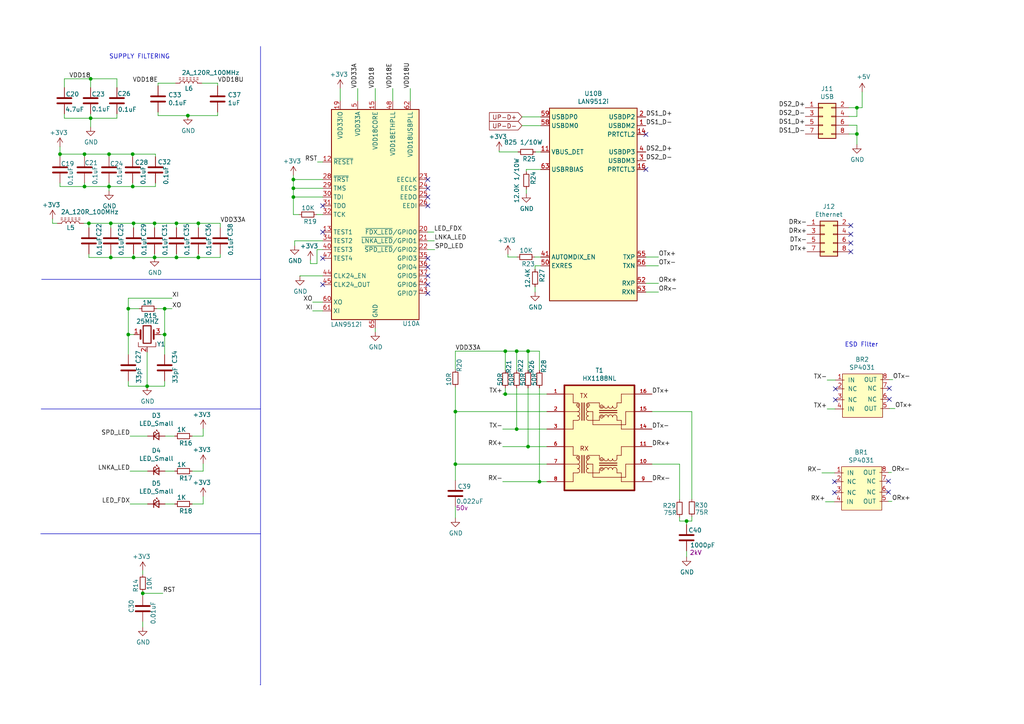
<source format=kicad_sch>
(kicad_sch (version 20230121) (generator eeschema)
  (paper "A4")
  (lib_symbols
    (symbol "ESD_Mobile_lite-rescue:SP4031-electroniccats" (pin_names (offset 1.016))
      (property "Reference" "BR" (at 0 0 0))
      (property "Value" "ESD_Mobile_lite-rescue_SP4031-electroniccats" (at 0 -15.494 0))
      (symbol "SP4031-electroniccats_1_1"
        (pin input line (at -7.747 -3.175 0) (length 2.54) (name "IN") (number "1"))
        (pin passive line (at -7.747 -5.715 0) (length 2.54) (name "NC") (number "2"))
        (pin passive line (at -7.747 -8.89 0) (length 2.54) (name "NC") (number "3"))
        (pin input line (at -7.874 -11.557 0) (length 2.54) (name "IN") (number "4"))
        (pin input line (at 7.874 -11.43 180) (length 2.54) (name "OUT") (number "5"))
        (pin passive line (at 7.874 -8.763 180) (length 2.54) (name "NC") (number "6"))
        (pin passive line (at 7.874 -5.588 180) (length 2.54) (name "NC") (number "7"))
        (pin output line (at 7.874 -3.048 180) (length 2.54) (name "OUT") (number "8"))
      )
    )
    (symbol "RPI-Carrier-rescue:+3V3-power" (power) (pin_names (offset 0))
      (property "Value" "+3V3-power" (at 0 3.556 0))
      (symbol "+3V3-power_1_1"
        (pin power_in line (at 0 0 90) (length 0) hide (name "+3V3") (number "1"))
      )
    )
    (symbol "RPI-Carrier-rescue:+5V-power" (power) (pin_names (offset 0))
      (property "Value" "+5V-power" (at 0 3.556 0))
      (symbol "+5V-power_1_1"
        (pin power_in line (at 0 0 90) (length 0) hide (name "+5V") (number "1"))
      )
    )
    (symbol "RPI-Carrier-rescue:C-Device" (pin_numbers hide) (pin_names (offset 0.254))
      (property "Reference" "C" (at 0.635 2.54 0))
      (property "Value" "C-Device" (at 0.635 -2.54 0))
      (symbol "C-Device_1_1"
        (pin passive line (at 0 3.81 270) (length 2.794) (name "~") (number "1"))
        (pin passive line (at 0 -3.81 90) (length 2.794) (name "~") (number "2"))
      )
    )
    (symbol "RPI-Carrier-rescue:Conn_02x04_Odd_Even-Connector_Generic" (pin_names (offset 1.016) hide)
      (property "Reference" "J" (at 1.27 5.08 0))
      (property "Value" "Conn_02x04_Odd_Even-Connector_Generic" (at 1.27 -7.62 0))
      (symbol "Conn_02x04_Odd_Even-Connector_Generic_1_1"
        (pin passive line (at -5.08 2.54 0) (length 3.81) (name "Pin_1") (number "1"))
        (pin passive line (at 7.62 2.54 180) (length 3.81) (name "Pin_2") (number "2"))
        (pin passive line (at -5.08 0 0) (length 3.81) (name "Pin_3") (number "3"))
        (pin passive line (at 7.62 0 180) (length 3.81) (name "Pin_4") (number "4"))
        (pin passive line (at -5.08 -2.54 0) (length 3.81) (name "Pin_5") (number "5"))
        (pin passive line (at 7.62 -2.54 180) (length 3.81) (name "Pin_6") (number "6"))
        (pin passive line (at -5.08 -5.08 0) (length 3.81) (name "Pin_7") (number "7"))
        (pin passive line (at 7.62 -5.08 180) (length 3.81) (name "Pin_8") (number "8"))
      )
    )
    (symbol "RPI-Carrier-rescue:Crystal_GND2-Device" (pin_names (offset 1.016) hide)
      (property "Reference" "Y" (at 0 5.715 0))
      (property "Value" "Crystal_GND2-Device" (at 0 3.81 0))
      (symbol "Crystal_GND2-Device_1_1"
        (pin passive line (at -3.81 0 0) (length 1.27) (name "1") (number "1"))
        (pin passive line (at 0 -5.08 90) (length 1.27) (name "2") (number "2"))
        (pin passive line (at 3.81 0 180) (length 1.27) (name "3") (number "3"))
        (pin input line (at 0 -5.08 90) (length 1.27) hide (name "~") (number "4"))
      )
    )
    (symbol "RPI-Carrier-rescue:GND-power" (power) (pin_names (offset 0))
      (property "Value" "GND-power" (at 0 -3.81 0))
      (symbol "GND-power_1_1"
        (pin power_in line (at 0 0 270) (length 0) hide (name "GND") (number "1"))
      )
    )
    (symbol "RPI-Carrier-rescue:LAN9512i-Interface_Ethernet"
      (property "Reference" "U" (at -15.24 31.75 0))
      (property "Value" "LAN9512i-Interface_Ethernet" (at 15.24 31.75 0))
      (symbol "LAN9512i-Interface_Ethernet_1_1"
        (pin passive line (at -5.08 33.02 270) (length 2.54) hide (name "VDD33A") (number "10"))
        (pin input line (at -15.24 15.24 0) (length 2.54) (name "~{RESET}") (number "12"))
        (pin input line (at -15.24 -5.08 0) (length 2.54) (name "TEST1") (number "13"))
        (pin power_in line (at 0 33.02 270) (length 2.54) (name "VDD18CORE") (number "15"))
        (pin power_in line (at -10.16 33.02 270) (length 2.54) (name "VDD33IO") (number "19"))
        (pin bidirectional line (at 15.24 -5.08 180) (length 2.54) (name "~{FDX_LED}/GPIO0") (number "20"))
        (pin bidirectional line (at 15.24 -7.62 180) (length 2.54) (name "~{LNKA_LED}/GPIO1") (number "21"))
        (pin bidirectional line (at 15.24 -10.16 180) (length 2.54) (name "~{SPD_LED}/GPIO2") (number "22"))
        (pin output line (at 15.24 10.16 180) (length 2.54) (name "EECLK") (number "23"))
        (pin output line (at 15.24 7.62 180) (length 2.54) (name "EECS") (number "24"))
        (pin output line (at 15.24 5.08 180) (length 2.54) (name "EEDO") (number "25"))
        (pin input line (at 15.24 2.54 180) (length 2.54) (name "EEDI") (number "26"))
        (pin passive line (at -10.16 33.02 270) (length 2.54) hide (name "VDD33IO") (number "27"))
        (pin input line (at -15.24 10.16 0) (length 2.54) (name "~{TRST}") (number "28"))
        (pin input line (at -15.24 7.62 0) (length 2.54) (name "TMS") (number "29"))
        (pin input line (at -15.24 5.08 0) (length 2.54) (name "TDI") (number "30"))
        (pin output line (at -15.24 2.54 0) (length 2.54) (name "TDO") (number "31"))
        (pin input line (at -15.24 0 0) (length 2.54) (name "TCK") (number "32"))
        (pin passive line (at -10.16 33.02 270) (length 2.54) hide (name "VDD33IO") (number "33"))
        (pin input line (at -15.24 -7.62 0) (length 2.54) (name "TEST2") (number "34"))
        (pin bidirectional line (at 15.24 -12.7 180) (length 2.54) (name "GPIO3") (number "35"))
        (pin bidirectional line (at 15.24 -15.24 180) (length 2.54) (name "GPIO4") (number "36"))
        (pin bidirectional line (at 15.24 -17.78 180) (length 2.54) (name "GPIO5") (number "37"))
        (pin passive line (at 0 33.02 270) (length 2.54) hide (name "VDD18CORE") (number "38"))
        (pin passive line (at -10.16 33.02 270) (length 2.54) hide (name "VDD33IO") (number "39"))
        (pin input line (at -15.24 -10.16 0) (length 2.54) (name "TEST3") (number "40"))
        (pin bidirectional line (at 15.24 -20.32 180) (length 2.54) (name "GPIO6") (number "42"))
        (pin bidirectional line (at 15.24 -22.86 180) (length 2.54) (name "GPIO7") (number "43"))
        (pin input line (at -15.24 -17.78 0) (length 2.54) (name "CLK24_EN") (number "44"))
        (pin output line (at -15.24 -20.32 0) (length 2.54) (name "CLK24_OUT") (number "45"))
        (pin passive line (at -10.16 33.02 270) (length 2.54) hide (name "VDD33IO") (number "46"))
        (pin input line (at -15.24 -12.7 0) (length 2.54) (name "TEST4") (number "47"))
        (pin power_in line (at 5.08 33.02 270) (length 2.54) (name "VDD18ETHPLL") (number "48"))
        (pin passive line (at -5.08 33.02 270) (length 2.54) hide (name "VDD33A") (number "49"))
        (pin power_in line (at -5.08 33.02 270) (length 2.54) (name "VDD33A") (number "5"))
        (pin passive line (at -5.08 33.02 270) (length 2.54) hide (name "VDD33A") (number "51"))
        (pin passive line (at -5.08 33.02 270) (length 2.54) hide (name "VDD33A") (number "54"))
        (pin passive line (at -5.08 33.02 270) (length 2.54) hide (name "VDD33A") (number "57"))
        (pin input line (at -15.24 -25.4 0) (length 2.54) (name "XO") (number "60"))
        (pin input line (at -15.24 -27.94 0) (length 2.54) (name "XI") (number "61"))
        (pin power_in line (at 10.16 33.02 270) (length 2.54) (name "VDD18USBPLL") (number "62"))
        (pin passive line (at -5.08 33.02 270) (length 2.54) hide (name "VDD33A") (number "64"))
        (pin power_in line (at 0 -33.02 90) (length 2.54) (name "GND") (number "65"))
      )
      (symbol "LAN9512i-Interface_Ethernet_2_1"
        (pin bidirectional line (at 15.24 22.86 180) (length 2.54) (name "USBDM2") (number "1"))
        (pin input line (at -15.24 15.24 0) (length 2.54) (name "VBUS_DET") (number "11"))
        (pin bidirectional line (at 15.24 20.32 180) (length 2.54) (name "PRTCTL2") (number "14"))
        (pin bidirectional line (at 15.24 10.16 180) (length 2.54) (name "PRTCTL3") (number "16"))
        (pin no_connect line (at 12.7 0 180) (length 2.54) hide (name "NC") (number "17"))
        (pin no_connect line (at 12.7 -10.16 180) (length 2.54) hide (name "NC") (number "18"))
        (pin bidirectional line (at 15.24 25.4 180) (length 2.54) (name "USBDP2") (number "2"))
        (pin bidirectional line (at 15.24 12.7 180) (length 2.54) (name "USBDM3") (number "3"))
        (pin bidirectional line (at 15.24 15.24 180) (length 2.54) (name "USBDP3") (number "4"))
        (pin input line (at -15.24 -15.24 0) (length 2.54) (name "AUTOMDIX_EN") (number "41"))
        (pin input line (at -15.24 -17.78 0) (length 2.54) (name "EXRES") (number "50"))
        (pin input line (at 15.24 -22.86 180) (length 2.54) (name "RXP") (number "52"))
        (pin input line (at 15.24 -25.4 180) (length 2.54) (name "RXN") (number "53"))
        (pin output line (at 15.24 -15.24 180) (length 2.54) (name "TXP") (number "55"))
        (pin output line (at 15.24 -17.78 180) (length 2.54) (name "TXN") (number "56"))
        (pin bidirectional line (at -15.24 22.86 0) (length 2.54) (name "USBDM0") (number "58"))
        (pin bidirectional line (at -15.24 25.4 0) (length 2.54) (name "USBDP0") (number "59"))
        (pin no_connect line (at 12.7 2.54 180) (length 2.54) hide (name "NC") (number "6"))
        (pin input line (at -15.24 10.16 0) (length 2.54) (name "USBRBIAS") (number "63"))
        (pin no_connect line (at 12.7 5.08 180) (length 2.54) hide (name "NC") (number "7"))
        (pin no_connect line (at 12.7 -7.62 180) (length 2.54) hide (name "NC") (number "8"))
        (pin no_connect line (at 12.7 -5.08 180) (length 2.54) hide (name "NC") (number "9"))
      )
    )
    (symbol "RPI-Carrier-rescue:LED_Small-Device" (pin_numbers hide) (pin_names (offset 0.254) hide)
      (property "Reference" "D" (at -1.27 3.175 0))
      (property "Value" "LED_Small-Device" (at -4.445 -2.54 0))
      (symbol "LED_Small-Device_1_1"
        (pin passive line (at -2.54 0 0) (length 1.778) (name "K") (number "1"))
        (pin passive line (at 2.54 0 180) (length 1.778) (name "A") (number "2"))
      )
    )
    (symbol "RPI-Carrier-rescue:L_Core_Ferrite-Device" (pin_numbers hide) (pin_names (offset 1.016) hide)
      (property "Reference" "L" (at -1.27 0 90))
      (property "Value" "L_Core_Ferrite-Device" (at 2.794 0 90))
      (symbol "L_Core_Ferrite-Device_1_1"
        (pin passive line (at 0 3.81 270) (length 1.27) (name "1") (number "1"))
        (pin passive line (at 0 -3.81 90) (length 1.27) (name "2") (number "2"))
      )
    )
    (symbol "RPI-Carrier-rescue:R_Small-Device" (pin_numbers hide) (pin_names (offset 0.254) hide)
      (property "Reference" "R" (at 0.762 0.508 0))
      (property "Value" "R_Small-Device" (at 0.762 -1.016 0))
      (symbol "R_Small-Device_1_1"
        (pin passive line (at 0 2.54 270) (length 0.762) (name "~") (number "1"))
        (pin passive line (at 0 -2.54 90) (length 0.762) (name "~") (number "2"))
      )
    )
    (symbol "RPICarrier:HX1188NL" (pin_names (offset 1.016) hide)
      (property "Reference" "T" (at -10.1854 15.9258 0))
      (property "Value" "HX1188NL" (at -10.1854 -17.8054 0))
      (symbol "HX1188NL_0_0"
        (text "RX" (at -5.7404 -3.8354 0) (effects (font (size 1.27 1.27)) (justify left bottom)))
        (text "TX" (at -5.7404 11.4554 0) (effects (font (size 1.27 1.27)) (justify left bottom)))
        (pin passive line (at -15.24 12.7 0) (length 5.08) (name "~") (number "1"))
        (pin passive line (at 15.24 -7.62 180) (length 5.08) (name "~") (number "10"))
        (pin passive line (at 15.24 -2.54 180) (length 5.08) (name "~") (number "11"))
        (pin passive line (at 15.24 2.54 180) (length 5.08) (name "~") (number "14"))
        (pin passive line (at 15.24 7.62 180) (length 5.08) (name "~") (number "15"))
        (pin passive line (at 15.24 12.7 180) (length 5.08) (name "~") (number "16"))
        (pin passive line (at -15.24 7.62 0) (length 5.08) (name "~") (number "2"))
        (pin passive line (at -15.24 2.54 0) (length 5.08) (name "~") (number "3"))
        (pin passive line (at -15.24 -2.54 0) (length 5.08) (name "~") (number "6"))
        (pin passive line (at -15.24 -7.62 0) (length 5.08) (name "~") (number "7"))
        (pin passive line (at -15.24 -12.7 0) (length 5.08) (name "~") (number "8"))
        (pin passive line (at 15.24 -12.7 180) (length 5.08) (name "~") (number "9"))
      )
    )
  )
  (junction (at 44.831 74.676))
  (junction (at 85.09 54.61))
  (junction (at 24.511 54.102))
  (junction (at 26.289 34.29))
  (junction (at 47.752 89.535))
  (junction (at 38.481 44.704))
  (junction (at 17.399 44.704))
  (junction (at 47.752 97.028))
  (junction (at 132.08 134.62))
  (junction (at 153.162 129.54))
  (junction (at 31.623 54.102))
  (junction (at 37.211 89.535))
  (junction (at 38.481 54.102))
  (junction (at 199.136 151.13))
  (junction (at 32.131 74.676))
  (junction (at 85.09 57.15))
  (junction (at 54.483 33.528))
  (junction (at 51.181 64.77))
  (junction (at 31.623 44.704))
  (junction (at 146.558 114.3))
  (junction (at 57.531 74.676))
  (junction (at 25.781 64.77))
  (junction (at 149.86 101.854))
  (junction (at 248.539 38.862))
  (junction (at 146.558 101.854))
  (junction (at 51.181 74.676))
  (junction (at 44.831 64.77))
  (junction (at 41.402 172.085))
  (junction (at 156.464 139.7))
  (junction (at 38.735 64.77))
  (junction (at 153.162 101.854))
  (junction (at 24.511 44.704))
  (junction (at 132.08 119.38))
  (junction (at 42.672 112.014))
  (junction (at 85.09 52.07))
  (junction (at 149.86 124.46))
  (junction (at 38.735 74.676))
  (junction (at 57.531 64.77))
  (junction (at 37.211 97.028))
  (junction (at 248.539 31.242))
  (junction (at 26.289 22.86))
  (junction (at 32.131 64.77))
  (no_connect (at 257.937 115.824))
  (no_connect (at 93.599 74.93))
  (no_connect (at 124.079 82.55))
  (no_connect (at 246.761 70.485))
  (no_connect (at 124.079 52.07))
  (no_connect (at 242.062 142.875))
  (no_connect (at 93.599 59.69))
  (no_connect (at 124.079 77.47))
  (no_connect (at 257.683 142.748))
  (no_connect (at 93.599 82.55))
  (no_connect (at 124.079 74.93))
  (no_connect (at 124.079 59.69))
  (no_connect (at 187.325 49.149))
  (no_connect (at 124.079 80.01))
  (no_connect (at 257.937 112.649))
  (no_connect (at 242.062 139.7))
  (no_connect (at 242.316 115.951))
  (no_connect (at 187.325 38.989))
  (no_connect (at 246.761 65.405))
  (no_connect (at 124.079 54.61))
  (no_connect (at 246.761 73.025))
  (no_connect (at 242.316 112.776))
  (no_connect (at 124.079 57.15))
  (no_connect (at 246.761 67.945))
  (no_connect (at 124.079 85.09))
  (no_connect (at 257.683 139.573))
  (no_connect (at 93.599 67.31))
  (wire (pts (xy 45.847 24.13) (xy 45.847 24.892)))
  (wire (pts (xy 38.735 66.04) (xy 38.735 64.77)))
  (wire (pts (xy 156.845 74.549) (xy 155.067 74.549)))
  (wire (pts (xy 31.623 55.372) (xy 31.623 54.102)))
  (wire (pts (xy 103.759 25.654) (xy 103.759 29.21)))
  (wire (pts (xy 50.673 136.652) (xy 47.879 136.652)))
  (wire (pts (xy 63.881 74.676) (xy 63.881 73.66)))
  (wire (pts (xy 191.008 74.549) (xy 187.325 74.549)))
  (wire (pts (xy 90.043 76.454) (xy 91.948 76.454)))
  (wire (pts (xy 146.558 112.522) (xy 146.558 114.3)))
  (wire (pts (xy 155.194 77.089) (xy 155.194 78.105)))
  (wire (pts (xy 248.539 36.322) (xy 246.253 36.322)))
  (wire (pts (xy 239.903 110.236) (xy 242.316 110.236)))
  (wire (pts (xy 47.244 172.085) (xy 41.402 172.085)))
  (wire (pts (xy 54.483 33.528) (xy 63.119 33.528)))
  (wire (pts (xy 248.539 38.862) (xy 248.539 36.322)))
  (wire (pts (xy 51.181 74.676) (xy 57.531 74.676)))
  (wire (pts (xy 18.669 22.86) (xy 26.289 22.86)))
  (wire (pts (xy 50.673 146.177) (xy 47.879 146.177)))
  (wire (pts (xy 32.131 74.676) (xy 38.735 74.676)))
  (wire (pts (xy 149.987 74.549) (xy 147.32 74.549)))
  (wire (pts (xy 58.928 134.493) (xy 58.928 136.652)))
  (wire (pts (xy 51.181 64.77) (xy 57.531 64.77)))
  (wire (pts (xy 239.395 145.542) (xy 241.935 145.542)))
  (wire (pts (xy 15.24 63.5) (xy 15.24 64.77)))
  (wire (pts (xy 149.86 107.442) (xy 149.86 101.854)))
  (wire (pts (xy 47.752 97.028) (xy 47.752 89.535)))
  (wire (pts (xy 38.735 74.676) (xy 44.831 74.676)))
  (wire (pts (xy 200.66 119.38) (xy 200.66 144.78)))
  (wire (pts (xy 31.623 44.704) (xy 31.623 45.466)))
  (wire (pts (xy 32.131 73.66) (xy 32.131 74.676)))
  (wire (pts (xy 246.253 33.782) (xy 248.539 33.782)))
  (wire (pts (xy 145.796 114.3) (xy 146.558 114.3)))
  (wire (pts (xy 63.881 64.77) (xy 63.881 66.04)))
  (wire (pts (xy 113.919 29.21) (xy 113.919 25.654)))
  (wire (pts (xy 145.796 139.7) (xy 156.464 139.7)))
  (wire (pts (xy 91.821 62.23) (xy 93.599 62.23)))
  (wire (pts (xy 38.735 73.66) (xy 38.735 74.676)))
  (wire (pts (xy 37.211 86.487) (xy 37.211 89.535)))
  (wire (pts (xy 26.289 22.86) (xy 33.909 22.86)))
  (wire (pts (xy 41.402 165.481) (xy 41.402 166.624)))
  (wire (pts (xy 92.075 46.99) (xy 93.599 46.99)))
  (wire (pts (xy 156.845 44.069) (xy 155.321 44.069)))
  (wire (pts (xy 118.999 29.21) (xy 118.999 25.654)))
  (wire (pts (xy 153.162 101.854) (xy 156.464 101.854)))
  (wire (pts (xy 155.194 84.709) (xy 155.194 83.185)))
  (wire (pts (xy 57.531 66.04) (xy 57.531 64.77)))
  (wire (pts (xy 44.831 73.66) (xy 44.831 74.676)))
  (wire (pts (xy 37.211 112.014) (xy 37.211 110.49)))
  (wire (pts (xy 44.831 74.676) (xy 51.181 74.676)))
  (wire (pts (xy 85.09 57.15) (xy 85.09 54.61)))
  (wire (pts (xy 93.599 87.63) (xy 90.678 87.63)))
  (wire (pts (xy 200.66 151.13) (xy 200.66 149.86)))
  (wire (pts (xy 26.289 34.29) (xy 26.289 33.02)))
  (wire (pts (xy 153.162 107.442) (xy 153.162 101.854)))
  (wire (pts (xy 17.399 54.102) (xy 24.511 54.102)))
  (wire (pts (xy 31.623 44.704) (xy 38.481 44.704)))
  (wire (pts (xy 125.857 67.31) (xy 124.079 67.31)))
  (wire (pts (xy 38.481 44.704) (xy 45.085 44.704)))
  (wire (pts (xy 191.008 77.089) (xy 187.325 77.089)))
  (wire (pts (xy 24.511 45.466) (xy 24.511 44.704)))
  (wire (pts (xy 44.831 64.77) (xy 51.181 64.77)))
  (wire (pts (xy 33.909 34.29) (xy 33.909 33.02)))
  (wire (pts (xy 31.623 54.102) (xy 38.481 54.102)))
  (wire (pts (xy 124.079 69.85) (xy 125.984 69.85)))
  (wire (pts (xy 18.669 33.02) (xy 18.669 34.29)))
  (wire (pts (xy 146.558 114.3) (xy 158.623 114.3)))
  (wire (pts (xy 63.119 24.13) (xy 63.119 24.892)))
  (wire (pts (xy 58.928 124.333) (xy 58.928 126.492)))
  (wire (pts (xy 42.799 146.177) (xy 37.719 146.177)))
  (wire (pts (xy 45.085 54.102) (xy 45.085 53.086)))
  (wire (pts (xy 57.531 73.66) (xy 57.531 74.676)))
  (wire (pts (xy 108.839 29.21) (xy 108.839 25.654)))
  (wire (pts (xy 31.623 53.086) (xy 31.623 54.102)))
  (wire (pts (xy 18.669 25.4) (xy 18.669 22.86)))
  (wire (pts (xy 93.599 90.17) (xy 90.678 90.17)))
  (wire (pts (xy 41.402 171.704) (xy 41.402 172.085)))
  (wire (pts (xy 152.654 49.149) (xy 156.845 49.149)))
  (wire (pts (xy 199.136 151.13) (xy 197.104 151.13)))
  (wire (pts (xy 58.928 126.492) (xy 55.753 126.492)))
  (wire (pts (xy 199.136 151.13) (xy 200.66 151.13)))
  (polyline (pts (xy 75.565 118.618) (xy 11.938 118.618)))
  (wire (pts (xy 158.623 124.46) (xy 149.86 124.46)))
  (wire (pts (xy 90.043 75.438) (xy 90.043 76.454)))
  (wire (pts (xy 32.131 64.77) (xy 38.735 64.77)))
  (wire (pts (xy 26.289 34.29) (xy 33.909 34.29)))
  (wire (pts (xy 93.599 69.85) (xy 85.471 69.85)))
  (wire (pts (xy 147.32 74.549) (xy 147.32 73.787)))
  (wire (pts (xy 25.781 74.676) (xy 25.781 73.66)))
  (wire (pts (xy 191.008 84.709) (xy 187.325 84.709)))
  (wire (pts (xy 42.672 102.108) (xy 42.672 112.014)))
  (wire (pts (xy 85.471 69.85) (xy 85.471 71.247)))
  (wire (pts (xy 250.063 31.242) (xy 248.539 31.242)))
  (wire (pts (xy 132.08 119.38) (xy 132.08 134.62)))
  (wire (pts (xy 98.679 29.21) (xy 98.679 25.654)))
  (wire (pts (xy 47.752 89.535) (xy 49.911 89.535)))
  (wire (pts (xy 57.531 64.77) (xy 63.881 64.77)))
  (wire (pts (xy 42.672 112.014) (xy 37.211 112.014)))
  (wire (pts (xy 38.481 54.102) (xy 45.085 54.102)))
  (wire (pts (xy 156.464 139.7) (xy 158.623 139.7)))
  (wire (pts (xy 85.09 62.23) (xy 85.09 57.15)))
  (wire (pts (xy 58.928 144.018) (xy 58.928 146.177)))
  (wire (pts (xy 152.654 49.784) (xy 152.654 49.149)))
  (wire (pts (xy 86.741 62.23) (xy 85.09 62.23)))
  (polyline (pts (xy 75.565 198.628) (xy 75.438 198.628)))
  (wire (pts (xy 18.669 34.29) (xy 26.289 34.29)))
  (wire (pts (xy 197.104 151.13) (xy 197.104 149.987)))
  (wire (pts (xy 144.78 43.688) (xy 144.78 44.069)))
  (wire (pts (xy 24.511 54.102) (xy 31.623 54.102)))
  (wire (pts (xy 51.181 73.66) (xy 51.181 74.676)))
  (wire (pts (xy 41.402 172.085) (xy 41.402 172.72)))
  (wire (pts (xy 149.86 124.46) (xy 145.796 124.46)))
  (wire (pts (xy 199.136 161.544) (xy 199.136 159.766)))
  (wire (pts (xy 26.289 25.4) (xy 26.289 22.86)))
  (wire (pts (xy 257.937 110.109) (xy 258.953 110.109)))
  (wire (pts (xy 93.599 57.15) (xy 85.09 57.15)))
  (wire (pts (xy 63.119 33.528) (xy 63.119 32.512)))
  (wire (pts (xy 145.796 129.54) (xy 153.162 129.54)))
  (wire (pts (xy 153.162 129.54) (xy 158.623 129.54)))
  (wire (pts (xy 25.781 74.676) (xy 32.131 74.676)))
  (polyline (pts (xy 75.565 154.813) (xy 11.811 154.813)))
  (wire (pts (xy 57.531 74.676) (xy 63.881 74.676)))
  (wire (pts (xy 38.735 64.77) (xy 44.831 64.77)))
  (wire (pts (xy 50.673 126.492) (xy 47.879 126.492)))
  (wire (pts (xy 197.104 144.907) (xy 197.104 134.62)))
  (wire (pts (xy 24.257 64.77) (xy 25.781 64.77)))
  (wire (pts (xy 239.903 118.618) (xy 242.189 118.618)))
  (wire (pts (xy 238.379 137.16) (xy 242.062 137.16)))
  (wire (pts (xy 24.511 53.086) (xy 24.511 54.102)))
  (wire (pts (xy 25.781 64.77) (xy 32.131 64.77)))
  (wire (pts (xy 149.86 101.854) (xy 153.162 101.854)))
  (wire (pts (xy 33.909 22.86) (xy 33.909 25.4)))
  (polyline (pts (xy 75.565 81.026) (xy 12.065 81.026)))
  (wire (pts (xy 45.847 32.512) (xy 45.847 33.528)))
  (wire (pts (xy 146.558 107.442) (xy 146.558 101.854)))
  (wire (pts (xy 132.08 112.268) (xy 132.08 119.38)))
  (wire (pts (xy 17.399 44.704) (xy 24.511 44.704)))
  (wire (pts (xy 151.384 36.449) (xy 156.845 36.449)))
  (wire (pts (xy 32.131 66.04) (xy 32.131 64.77)))
  (wire (pts (xy 124.079 72.39) (xy 126.111 72.39)))
  (wire (pts (xy 15.24 64.77) (xy 16.637 64.77)))
  (wire (pts (xy 199.136 152.146) (xy 199.136 151.13)))
  (wire (pts (xy 38.481 53.086) (xy 38.481 54.102)))
  (wire (pts (xy 42.799 136.652) (xy 37.719 136.652)))
  (wire (pts (xy 93.599 80.01) (xy 86.995 80.01)))
  (polyline (pts (xy 75.565 13.462) (xy 75.565 118.618)))
  (wire (pts (xy 47.752 97.028) (xy 47.752 102.87)))
  (wire (pts (xy 156.464 101.854) (xy 156.464 107.442)))
  (wire (pts (xy 156.845 77.089) (xy 155.194 77.089)))
  (wire (pts (xy 38.862 97.028) (xy 37.211 97.028)))
  (wire (pts (xy 132.08 107.188) (xy 132.08 101.854)))
  (wire (pts (xy 146.558 101.854) (xy 149.86 101.854)))
  (wire (pts (xy 40.386 89.535) (xy 37.211 89.535)))
  (wire (pts (xy 47.752 112.014) (xy 42.672 112.014)))
  (wire (pts (xy 58.928 136.652) (xy 55.753 136.652)))
  (wire (pts (xy 257.937 118.491) (xy 259.588 118.491)))
  (wire (pts (xy 58.547 24.13) (xy 63.119 24.13)))
  (wire (pts (xy 257.683 137.033) (xy 258.572 137.033)))
  (wire (pts (xy 85.09 52.07) (xy 93.599 52.07)))
  (wire (pts (xy 152.654 56.134) (xy 152.654 54.864)))
  (wire (pts (xy 158.623 134.62) (xy 132.08 134.62)))
  (wire (pts (xy 37.211 97.028) (xy 37.211 102.87)))
  (wire (pts (xy 51.181 66.04) (xy 51.181 64.77)))
  (wire (pts (xy 85.09 52.07) (xy 85.09 50.8)))
  (wire (pts (xy 93.599 54.61) (xy 85.09 54.61)))
  (wire (pts (xy 257.683 145.415) (xy 258.699 145.415)))
  (wire (pts (xy 197.104 134.62) (xy 189.103 134.62)))
  (wire (pts (xy 24.511 44.704) (xy 31.623 44.704)))
  (wire (pts (xy 132.08 134.62) (xy 132.08 139.319)))
  (wire (pts (xy 26.289 36.83) (xy 26.289 34.29)))
  (wire (pts (xy 158.623 119.38) (xy 132.08 119.38)))
  (wire (pts (xy 85.09 54.61) (xy 85.09 52.07)))
  (wire (pts (xy 91.948 72.39) (xy 93.599 72.39)))
  (wire (pts (xy 17.399 53.086) (xy 17.399 54.102)))
  (wire (pts (xy 189.103 119.38) (xy 200.66 119.38)))
  (wire (pts (xy 45.847 33.528) (xy 54.483 33.528)))
  (wire (pts (xy 50.927 24.13) (xy 45.847 24.13)))
  (wire (pts (xy 191.008 82.169) (xy 187.325 82.169)))
  (wire (pts (xy 25.781 64.77) (xy 25.781 66.04)))
  (wire (pts (xy 248.539 38.862) (xy 246.253 38.862)))
  (wire (pts (xy 132.08 101.854) (xy 146.558 101.854)))
  (wire (pts (xy 86.995 80.01) (xy 86.995 80.137)))
  (wire (pts (xy 42.799 126.492) (xy 37.719 126.492)))
  (wire (pts (xy 151.384 33.909) (xy 156.845 33.909)))
  (wire (pts (xy 149.86 112.522) (xy 149.86 124.46)))
  (wire (pts (xy 250.063 26.67) (xy 250.063 31.242)))
  (wire (pts (xy 17.399 44.704) (xy 17.399 45.466)))
  (wire (pts (xy 248.539 33.782) (xy 248.539 31.242)))
  (wire (pts (xy 37.211 89.535) (xy 37.211 97.028)))
  (wire (pts (xy 45.085 44.704) (xy 45.085 45.466)))
  (wire (pts (xy 144.78 44.069) (xy 150.241 44.069)))
  (wire (pts (xy 45.466 89.535) (xy 47.752 89.535)))
  (wire (pts (xy 44.831 66.04) (xy 44.831 64.77)))
  (wire (pts (xy 17.399 42.545) (xy 17.399 44.704)))
  (wire (pts (xy 153.162 112.522) (xy 153.162 129.54)))
  (wire (pts (xy 46.482 97.028) (xy 47.752 97.028)))
  (wire (pts (xy 38.481 45.466) (xy 38.481 44.704)))
  (wire (pts (xy 132.08 150.241) (xy 132.08 146.939)))
  (wire (pts (xy 108.839 95.25) (xy 108.839 96.266)))
  (wire (pts (xy 91.948 76.454) (xy 91.948 72.39)))
  (wire (pts (xy 156.464 112.522) (xy 156.464 139.7)))
  (wire (pts (xy 47.752 110.49) (xy 47.752 112.014)))
  (wire (pts (xy 248.539 41.91) (xy 248.539 38.862)))
  (polyline (pts (xy 75.565 118.745) (xy 75.565 198.628)))
  (wire (pts (xy 248.539 31.242) (xy 246.253 31.242)))
  (wire (pts (xy 37.211 86.487) (xy 49.911 86.487)))
  (wire (pts (xy 41.402 180.34) (xy 41.402 181.864)))
  (wire (pts (xy 58.928 146.177) (xy 55.753 146.177)))
  (text "ESD Filter \n" (at 244.983 100.838 0) (effects (font (size 1.27 1.27)) (justify left bottom)))
  (text "SUPPLY FILTERING" (at 31.623 17.272 0) (effects (font (size 1.27 1.27)) (justify left bottom)))
  (label "XI" (at 90.678 90.17 180))
  (label "RX+" (at 239.395 145.542 180))
  (label "VDD18E" (at 45.847 24.13 180))
  (label "RST" (at 92.075 46.99 180))
  (label "LED_FDX" (at 37.719 146.177 180))
  (label "VDD33A" (at 63.881 64.77 0))
  (label "DTx+" (at 234.061 73.025 180))
  (label "OTx-" (at 191.008 77.089 0))
  (label "TX+" (at 145.796 114.3 180))
  (label "DS1_D+" (at 233.553 36.322 180))
  (label "VDD18E" (at 113.919 25.654 90))
  (label "XO" (at 90.678 87.63 180))
  (label "DRx+" (at 234.061 67.945 180))
  (label "VDD18" (at 108.839 25.654 90))
  (label "ORx-" (at 258.572 137.033 0))
  (label "TX-" (at 145.796 124.46 180))
  (label "XI" (at 49.911 86.487 0))
  (label "SPD_LED" (at 126.111 72.39 0))
  (label "OTx+" (at 259.588 118.491 0))
  (label "DTx-" (at 189.103 124.46 0))
  (label "VDD18U" (at 63.119 24.13 0))
  (label "DS1_D+" (at 187.325 33.909 0))
  (label "XO" (at 49.911 89.535 0))
  (label "ORx-" (at 191.008 84.709 0))
  (label "VDD18" (at 26.289 22.86 180))
  (label "VDD33A" (at 103.759 25.654 90))
  (label "DS1_D-" (at 187.325 36.449 0))
  (label "ORx+" (at 191.008 82.169 0))
  (label "RST" (at 47.244 172.085 0))
  (label "DRx-" (at 234.061 65.405 180))
  (label "DRx-" (at 189.103 139.7 0))
  (label "SPD_LED" (at 37.719 126.492 180))
  (label "DTx+" (at 189.103 114.3 0))
  (label "RX-" (at 145.796 139.7 180))
  (label "DTx-" (at 234.061 70.485 180))
  (label "RX-" (at 238.379 137.16 180))
  (label "DS2_D+" (at 187.325 44.069 0))
  (label "TX+" (at 239.903 118.618 180))
  (label "VDD18U" (at 118.999 25.654 90))
  (label "ORx+" (at 258.699 145.415 0))
  (label "DRx+" (at 189.103 129.54 0))
  (label "RX+" (at 145.796 129.54 180))
  (label "VDD33A" (at 132.08 101.854 0))
  (label "OTx+" (at 191.008 74.549 0))
  (label "DS2_D-" (at 187.325 46.609 0))
  (label "DS1_D-" (at 233.553 38.862 180))
  (label "TX-" (at 239.903 110.236 180))
  (label "DS2_D+" (at 233.553 31.242 180))
  (label "LNKA_LED" (at 37.719 136.652 180))
  (label "LED_FDX" (at 125.857 67.31 0))
  (label "OTx-" (at 258.953 110.109 0))
  (label "LNKA_LED" (at 125.984 69.85 0))
  (label "DS2_D-" (at 233.553 33.782 180))
  (global_label "UP-D-" (shape input) (at 151.384 36.449 180) (property "Intersheetrefs" "${INTERSHEET_REFS}" (effects hide)))
  (global_label "UP-D+" (shape input) (at 151.384 33.909 180) (property "Intersheetrefs" "${INTERSHEET_REFS}" (effects hide)))
  (symbol (lib_id "RPI-Carrier-rescue:GND-power") (at 132.08 150.241 0) (unit 1)
    (property "Reference" "#PWR094" (effects hide))
    (property "Value" "GND" (at 132.207 154.6352 0))
  )
  (symbol (lib_id "RPI-Carrier-rescue:C-Device") (at 18.669 29.21 0) (unit 1)
    (property "Reference" "C20" (at 19.05 27.305 0) (effects (justify left)))
    (property "Value" "4.7uF" (at 18.923 31.75 0) (effects (justify left)))
    (property "Footprint" "Capacitor_SMD:C_0603_1608Metric_Pad1.08x0.95mm_HandSolder" (effects hide))
    (property "manf#" "CM105X5R475M10AT" (effects hide))
    (property "LCSC#" "C1705" (effects hide))
    (property "Store" "LCSC" (effects hide))
  )
  (symbol (lib_id "RPI-Carrier-rescue:C-Device") (at 45.085 49.276 0) (unit 1)
    (property "Reference" "C32" (at 45.72 46.99 0) (effects (justify left)))
    (property "Value" "0.1uF" (at 48.133 53.594 90) (effects (justify left)))
    (property "Footprint" "Capacitor_SMD:C_0603_1608Metric_Pad1.08x0.95mm_HandSolder" (effects hide))
    (property "manf#" "CC0603MRX6S5BB226" (effects hide))
    (property "LCSC#" "C66501" (effects hide))
    (property "Store" "LCSC" (effects hide))
  )
  (symbol (lib_id "RPI-Carrier-rescue:GND-power") (at 26.289 36.83 0) (unit 1)
    (property "Reference" "#PWR078" (effects hide))
    (property "Value" "GND" (at 26.416 41.2242 0))
  )
  (symbol (lib_id "RPI-Carrier-rescue:R_Small-Device") (at 53.213 146.177 270) (unit 1)
    (property "Reference" "R18" (at 51.943 148.209 90) (effects (justify left)))
    (property "Value" "1K" (at 51.308 144.272 90) (effects (justify left)))
    (property "Footprint" "Resistor_SMD:R_0603_1608Metric_Pad0.98x0.95mm_HandSolder" (effects hide))
    (property "manf#" "CRCW06031K00FKEAC" (effects hide))
    (property "LCSC#" "C384295" (effects hide))
    (property "Store" "LCSC" (effects hide))
  )
  (symbol (lib_id "RPI-Carrier-rescue:C-Device") (at 199.136 155.956 0) (unit 1)
    (property "Reference" "C40" (at 199.644 153.797 0) (effects (justify left)))
    (property "Value" "1000pF" (at 200.152 158.115 0) (effects (justify left)))
    (property "Footprint" "Capacitor_SMD:C_1206_3216Metric" (effects hide))
    (property "Volt" "2kV" (at 201.803 160.274 0))
    (property "manf#" "VJ1206Y102MXFAT4X" (effects hide))
    (property "LCSC#" "C9196" (effects hide))
    (property "Store" "LCSC" (effects hide))
  )
  (symbol (lib_id "ESD_Mobile_lite-rescue:SP4031-electroniccats") (at 249.809 133.985 0) (unit 1)
    (property "Reference" "BR1" (at 249.809 131.191 0))
    (property "Value" "SP4031" (at 249.809 133.5024 0))
    (property "Footprint" "Package_SO:SOIC-8_3.9x4.9mm_P1.27mm" (effects hide))
    (property "Datasheet" "https://www.mouser.mx/datasheet/2/240/littelfuse_tvs_diode_array_SP4031_Datasheet.pdf-1500497.pdf" (effects hide))
    (property "Mouser#" "576-SP4031-02BTG" (effects hide))
    (property "manf#" "SP4031-02BTG" (effects hide))
  )
  (symbol (lib_id "RPI-Carrier-rescue:Conn_02x04_Odd_Even-Connector_Generic") (at 238.633 33.782 0) (unit 1)
    (property "Reference" "J11" (at 239.903 25.7302 0))
    (property "Value" "USB" (at 239.903 28.0416 0))
    (property "Footprint" "Yavia_carrier:DF11-8DP-2DSA(08)" (effects hide))
    (property "manf#" "DF11-8DP-2DSA(08)" (effects hide))
    (property "LCSC#" "C530997" (effects hide))
    (property "Store" "LCSC" (effects hide))
  )
  (symbol (lib_id "RPI-Carrier-rescue:GND-power") (at 41.402 181.864 0) (unit 1)
    (property "Reference" "#PWR081" (effects hide))
    (property "Value" "GND" (at 41.529 186.2582 0))
  )
  (symbol (lib_id "RPI-Carrier-rescue:C-Device") (at 25.781 69.85 0) (unit 1)
    (property "Reference" "C22" (at 28.702 68.6816 90) (effects (justify left)))
    (property "Value" "0.1uF" (at 28.829 74.168 90) (effects (justify left)))
    (property "Footprint" "Capacitor_SMD:C_0603_1608Metric_Pad1.08x0.95mm_HandSolder" (effects hide))
    (property "manf#" "CC0603MRX6S5BB226" (effects hide))
    (property "LCSC#" "C66501" (effects hide))
    (property "Store" "LCSC" (effects hide))
  )
  (symbol (lib_id "RPI-Carrier-rescue:GND-power") (at 31.623 55.372 0) (unit 1)
    (property "Reference" "#PWR079" (effects hide))
    (property "Value" "GND" (at 31.75 59.7662 0))
  )
  (symbol (lib_id "RPI-Carrier-rescue:C-Device") (at 41.402 176.53 0) (unit 1)
    (property "Reference" "C30" (at 38.1 177.8 90) (effects (justify left)))
    (property "Value" "0.01uF" (at 44.45 181.102 90) (effects (justify left)))
    (property "Footprint" "Capacitor_SMD:C_0603_1608Metric_Pad1.08x0.95mm_HandSolder" (effects hide))
    (property "manf#" "AC0603KPX7R9BB103" (effects hide))
    (property "LCSC#" "C57112" (effects hide))
    (property "Store" "LCSC" (effects hide))
  )
  (symbol (lib_id "RPI-Carrier-rescue:LED_Small-Device") (at 45.339 126.492 0) (unit 1)
    (property "Reference" "D3" (at 45.339 120.523 0))
    (property "Value" "LED_Small" (at 45.339 122.8344 0))
    (property "Footprint" "LED_SMD:LED_0603_1608Metric_Pad1.05x0.95mm_HandSolder" (effects hide))
    (property "manf#" "150060AS75000" (effects hide))
    (property "LCSC#" "C375573" (effects hide))
    (property "Store" "LCSC" (effects hide))
  )
  (symbol (lib_id "RPI-Carrier-rescue:GND-power") (at 155.194 84.709 0) (unit 1)
    (property "Reference" "#PWR098" (effects hide))
    (property "Value" "GND" (at 155.321 89.1032 0))
  )
  (symbol (lib_id "RPI-Carrier-rescue:+3V3-power") (at 58.928 134.493 0) (unit 1)
    (property "Reference" "#PWR086" (effects hide))
    (property "Value" "+3V3" (at 58.547 130.429 0))
  )
  (symbol (lib_id "RPI-Carrier-rescue:C-Device") (at 47.752 106.68 0) (unit 1)
    (property "Reference" "C34" (at 50.673 105.5116 90) (effects (justify left)))
    (property "Value" "33pF" (at 50.8 111.252 90) (effects (justify left)))
    (property "Footprint" "Capacitor_SMD:C_0603_1608Metric_Pad1.08x0.95mm_HandSolder" (effects hide))
    (property "manf#" "C0603C330M5HACTU" (effects hide))
    (property "LCSC#" "C107047" (effects hide))
    (property "Store" "LCSC" (effects hide))
  )
  (symbol (lib_id "RPI-Carrier-rescue:+3V3-power") (at 90.043 75.438 0) (unit 1)
    (property "Reference" "#PWR091" (effects hide))
    (property "Value" "+3V3" (at 89.662 71.374 0))
  )
  (symbol (lib_id "RPI-Carrier-rescue:+3V3-power") (at 147.32 73.787 0) (unit 1)
    (property "Reference" "#PWR096" (effects hide))
    (property "Value" "+3V3" (at 146.939 69.723 0))
  )
  (symbol (lib_id "RPI-Carrier-rescue:GND-power") (at 44.831 74.676 0) (unit 1)
    (property "Reference" "#PWR083" (effects hide))
    (property "Value" "GND" (at 44.958 79.0702 0))
  )
  (symbol (lib_id "RPI-Carrier-rescue:C-Device") (at 37.211 106.68 0) (unit 1)
    (property "Reference" "C27" (at 40.132 105.5116 90) (effects (justify left)))
    (property "Value" "33pF" (at 40.259 111.252 90) (effects (justify left)))
    (property "Footprint" "Capacitor_SMD:C_0603_1608Metric_Pad1.08x0.95mm_HandSolder" (effects hide))
    (property "manf#" "C0603C330M5HACTU" (effects hide))
    (property "LCSC#" "C107047" (effects hide))
    (property "Store" "LCSC" (effects hide))
  )
  (symbol (lib_id "RPI-Carrier-rescue:Conn_02x04_Odd_Even-Connector_Generic") (at 239.141 67.945 0) (unit 1)
    (property "Reference" "J12" (at 240.411 59.8932 0))
    (property "Value" "Ethernet" (at 240.411 62.2046 0))
    (property "Footprint" "Yavia_carrier:DF11-8DP-2DSA(08)" (effects hide))
    (property "manf#" "DF11-8DP-2DSA(08)" (effects hide))
    (property "LCSC#" "C530997" (effects hide))
    (property "Store" "LCSC" (effects hide))
  )
  (symbol (lib_id "RPI-Carrier-rescue:+3V3-power") (at 85.09 50.8 0) (unit 1)
    (property "Reference" "#PWR088" (effects hide))
    (property "Value" "+3V3" (at 84.709 46.736 0))
  )
  (symbol (lib_id "RPI-Carrier-rescue:+3V3-power") (at 41.402 165.481 0) (unit 1)
    (property "Reference" "#PWR080" (effects hide))
    (property "Value" "+3V3" (at 41.021 161.417 0))
  )
  (symbol (lib_id "RPI-Carrier-rescue:R_Small-Device") (at 197.104 147.447 180) (unit 1)
    (property "Reference" "R29" (at 196.088 146.685 0) (effects (justify left)))
    (property "Value" "75R" (at 196.342 148.717 0) (effects (justify left)))
    (property "Footprint" "Resistor_SMD:R_0603_1608Metric_Pad0.98x0.95mm_HandSolder" (effects hide))
    (property "manf#" "ERJ-UP3J750V" (effects hide))
    (property "LCSC#" "C25258" (effects hide))
    (property "Store" "LCSC" (effects hide))
  )
  (symbol (lib_id "RPI-Carrier-rescue:R_Small-Device") (at 152.527 74.549 270) (unit 1)
    (property "Reference" "R23" (at 151.257 76.581 90) (effects (justify left)))
    (property "Value" "10K" (at 150.622 72.644 90) (effects (justify left)))
    (property "Footprint" "Resistor_SMD:R_0603_1608Metric_Pad0.98x0.95mm_HandSolder" (effects hide))
    (property "manf#" "SFR03EZPF1002" (effects hide))
    (property "LCSC#" "C99198" (effects hide))
    (property "Store" "LCSC" (effects hide))
  )
  (symbol (lib_id "RPI-Carrier-rescue:C-Device") (at 26.289 29.21 0) (unit 1)
    (property "Reference" "C23" (at 26.543 27.305 0) (effects (justify left)))
    (property "Value" "0.1uF" (at 26.543 31.623 0) (effects (justify left)))
    (property "Footprint" "Capacitor_SMD:C_0603_1608Metric_Pad1.08x0.95mm_HandSolder" (effects hide))
    (property "manf#" "CC0603MRX6S5BB226" (effects hide))
    (property "LCSC#" "C66501" (effects hide))
    (property "Store" "LCSC" (effects hide))
  )
  (symbol (lib_id "RPI-Carrier-rescue:C-Device") (at 63.881 69.85 0) (unit 1)
    (property "Reference" "C38" (at 66.802 68.6816 90) (effects (justify left)))
    (property "Value" "0.1uF" (at 66.929 74.168 90) (effects (justify left)))
    (property "Footprint" "Capacitor_SMD:C_0603_1608Metric_Pad1.08x0.95mm_HandSolder" (effects hide))
    (property "manf#" "CC0603MRX6S5BB226" (effects hide))
    (property "LCSC#" "C66501" (effects hide))
    (property "Store" "LCSC" (effects hide))
  )
  (symbol (lib_id "RPI-Carrier-rescue:R_Small-Device") (at 153.162 109.982 180) (unit 1)
    (property "Reference" "R26" (at 154.178 104.394 90) (effects (justify left)))
    (property "Value" "50R" (at 151.638 108.077 90) (effects (justify left)))
    (property "Footprint" "Resistor_SMD:R_0603_1608Metric_Pad0.98x0.95mm_HandSolder" (effects hide))
    (property "manf#" "CRCW060349R9FKEAC" (effects hide))
    (property "LCSC#" "C2759402" (effects hide))
    (property "Store" "LCSC" (effects hide))
  )
  (symbol (lib_id "RPI-Carrier-rescue:R_Small-Device") (at 152.781 44.069 270) (unit 1)
    (property "Reference" "R25" (at 151.511 46.101 90) (effects (justify left)))
    (property "Value" "825 1/10W" (at 146.177 41.275 90) (effects (justify left)))
    (property "Footprint" "Resistor_SMD:R_0603_1608Metric_Pad0.98x0.95mm_HandSolder" (effects hide))
    (property "manf#" "PCF0603R-825RBT1" (effects hide))
    (property "LCSC#" "C50214" (effects hide))
    (property "Store" "LCSC" (effects hide))
  )
  (symbol (lib_id "RPI-Carrier-rescue:GND-power") (at 248.539 41.91 0) (unit 1)
    (property "Reference" "#PWR0100" (effects hide))
    (property "Value" "GND" (at 248.666 46.3042 0))
  )
  (symbol (lib_id "RPI-Carrier-rescue:L_Core_Ferrite-Device") (at 54.737 24.13 90) (unit 1)
    (property "Reference" "L6" (at 56.007 25.654 90) (effects (justify left)))
    (property "Value" "2A_120R_100MHz" (at 69.469 21.082 90) (effects (justify left)))
    (property "Footprint" "Inductor_SMD:L_0603_1608Metric_Pad1.05x0.95mm_HandSolder" (effects hide))
    (property "manf#" "BLM18PG121SN1D" (effects hide))
    (property "LCSC#" "C160983" (effects hide))
    (property "Store" "LCSC" (effects hide))
  )
  (symbol (lib_id "RPI-Carrier-rescue:R_Small-Device") (at 156.464 109.982 180) (unit 1)
    (property "Reference" "R28" (at 157.734 104.267 90) (effects (justify left)))
    (property "Value" "50R" (at 154.94 108.077 90) (effects (justify left)))
    (property "Footprint" "Resistor_SMD:R_0603_1608Metric_Pad0.98x0.95mm_HandSolder" (effects hide))
    (property "manf#" "CRCW060349R9FKEAC" (effects hide))
    (property "LCSC#" "C2759402" (effects hide))
    (property "Store" "LCSC" (effects hide))
  )
  (symbol (lib_id "RPI-Carrier-rescue:C-Device") (at 38.481 49.276 0) (unit 1)
    (property "Reference" "C28" (at 39.116 47.117 0) (effects (justify left)))
    (property "Value" "0.1uF" (at 41.529 53.594 90) (effects (justify left)))
    (property "Footprint" "Capacitor_SMD:C_0603_1608Metric_Pad1.08x0.95mm_HandSolder" (effects hide))
    (property "manf#" "CC0603MRX6S5BB226" (effects hide))
    (property "LCSC#" "C66501" (effects hide))
    (property "Store" "LCSC" (effects hide))
  )
  (symbol (lib_id "RPI-Carrier-rescue:C-Device") (at 31.623 49.276 0) (unit 1)
    (property "Reference" "C24" (at 31.877 47.498 0) (effects (justify left)))
    (property "Value" "0.1uF" (at 34.671 53.594 90) (effects (justify left)))
    (property "Footprint" "Capacitor_SMD:C_0603_1608Metric_Pad1.08x0.95mm_HandSolder" (effects hide))
    (property "manf#" "CC0603MRX6S5BB226" (effects hide))
    (property "LCSC#" "C66501" (effects hide))
    (property "Store" "LCSC" (effects hide))
  )
  (symbol (lib_id "RPI-Carrier-rescue:GND-power") (at 199.136 161.544 0) (unit 1)
    (property "Reference" "#PWR099" (effects hide))
    (property "Value" "GND" (at 199.263 165.9382 0))
  )
  (symbol (lib_id "RPI-Carrier-rescue:GND-power") (at 54.483 33.528 0) (unit 1)
    (property "Reference" "#PWR084" (effects hide))
    (property "Value" "GND" (at 54.61 37.9222 0))
  )
  (symbol (lib_id "RPI-Carrier-rescue:GND-power") (at 108.839 96.266 0) (unit 1)
    (property "Reference" "#PWR093" (effects hide))
    (property "Value" "GND" (at 108.966 100.6602 0))
  )
  (symbol (lib_id "RPI-Carrier-rescue:R_Small-Device") (at 152.654 52.324 0) (unit 1)
    (property "Reference" "R24" (at 154.686 53.594 90) (effects (justify left)))
    (property "Value" "12.0K 1/10W" (at 149.86 58.928 90) (effects (justify left)))
    (property "Footprint" "Resistor_SMD:R_0603_1608Metric_Pad0.98x0.95mm_HandSolder" (effects hide))
    (property "manf#" "ERJ-PB3B1202V" (effects hide))
    (property "LCSC#" "C103249" (effects hide))
    (property "Store" "LCSC" (effects hide))
  )
  (symbol (lib_id "RPI-Carrier-rescue:R_Small-Device") (at 89.281 62.23 270) (unit 1)
    (property "Reference" "R19" (at 88.011 64.262 90) (effects (justify left)))
    (property "Value" "10K" (at 87.376 60.325 90) (effects (justify left)))
    (property "Footprint" "Resistor_SMD:R_0603_1608Metric_Pad0.98x0.95mm_HandSolder" (effects hide))
    (property "manf#" "SFR03EZPF1002" (effects hide))
    (property "LCSC#" "C99198" (effects hide))
    (property "Store" "LCSC" (effects hide))
  )
  (symbol (lib_id "RPI-Carrier-rescue:R_Small-Device") (at 146.558 109.982 180) (unit 1)
    (property "Reference" "R21" (at 147.574 104.394 90) (effects (justify left)))
    (property "Value" "50R" (at 145.034 108.077 90) (effects (justify left)))
    (property "Footprint" "Resistor_SMD:R_0603_1608Metric_Pad0.98x0.95mm_HandSolder" (effects hide))
    (property "manf#" "CRCW060349R9FKEAC" (effects hide))
    (property "LCSC#" "C2759402" (effects hide))
    (property "Store" "LCSC" (effects hide))
  )
  (symbol (lib_id "RPI-Carrier-rescue:+3V3-power") (at 144.78 43.688 0) (unit 1)
    (property "Reference" "#PWR095" (effects hide))
    (property "Value" "+3V3" (at 144.399 39.624 0))
  )
  (symbol (lib_id "RPI-Carrier-rescue:C-Device") (at 17.399 49.276 0) (unit 1)
    (property "Reference" "C19" (at 17.653 47.498 0) (effects (justify left)))
    (property "Value" "0.1uF" (at 20.447 53.848 90) (effects (justify left)))
    (property "Footprint" "Capacitor_SMD:C_0603_1608Metric_Pad1.08x0.95mm_HandSolder" (effects hide))
    (property "manf#" "CC0603MRX6S5BB226" (effects hide))
    (property "LCSC#" "C66501" (effects hide))
    (property "Store" "LCSC" (effects hide))
  )
  (symbol (lib_id "RPI-Carrier-rescue:R_Small-Device") (at 155.194 80.645 0) (unit 1)
    (property "Reference" "R27" (at 157.226 81.915 90) (effects (justify left)))
    (property "Value" "12.4K" (at 153.035 83.566 90) (effects (justify left)))
    (property "Footprint" "Resistor_SMD:R_0603_1608Metric_Pad0.98x0.95mm_HandSolder" (effects hide))
    (property "manf#" "CRCW060312K4FKEA" (effects hide))
    (property "LCSC#" "C137798" (effects hide))
    (property "Store" "LCSC" (effects hide))
  )
  (symbol (lib_id "RPI-Carrier-rescue:L_Core_Ferrite-Device") (at 20.447 64.77 90) (unit 1)
    (property "Reference" "L5" (at 21.717 66.04 90) (effects (justify left)))
    (property "Value" "2A_120R_100MHz" (at 34.417 61.468 90) (effects (justify left)))
    (property "Footprint" "Inductor_SMD:L_0603_1608Metric_Pad1.05x0.95mm_HandSolder" (effects hide))
    (property "manf#" "BLM18PG121SN1D" (effects hide))
    (property "LCSC#" "C160983" (effects hide))
    (property "Store" "LCSC" (effects hide))
  )
  (symbol (lib_id "ESD_Mobile_lite-rescue:SP4031-electroniccats") (at 250.063 107.061 0) (unit 1)
    (property "Reference" "BR2" (at 250.063 104.267 0))
    (property "Value" "SP4031" (at 250.063 106.5784 0))
    (property "Footprint" "Package_SO:SOIC-8_3.9x4.9mm_P1.27mm" (effects hide))
    (property "Datasheet" "https://www.mouser.mx/datasheet/2/240/littelfuse_tvs_diode_array_SP4031_Datasheet.pdf-1500497.pdf" (effects hide))
    (property "Mouser#" "576-SP4031-02BTG" (effects hide))
    (property "manf#" "SP4031-02BTG" (effects hide))
  )
  (symbol (lib_id "RPI-Carrier-rescue:C-Device") (at 132.08 143.129 0) (unit 1)
    (property "Reference" "C39" (at 132.715 141.097 0) (effects (justify left)))
    (property "Value" "0.022uF" (at 132.334 145.415 0) (effects (justify left)))
    (property "Footprint" "Capacitor_SMD:C_0805_2012Metric" (effects hide))
    (property "Volt" "50v" (at 133.985 147.32 0))
    (property "manf#" "CGA4J1C0G2A223J125AE" (effects hide))
    (property "LCSC#" "C710460" (effects hide))
    (property "Store" "LCSC" (effects hide))
  )
  (symbol (lib_id "RPI-Carrier-rescue:C-Device") (at 33.909 29.21 0) (unit 1)
    (property "Reference" "C26" (at 34.036 27.178 0) (effects (justify left)))
    (property "Value" "0.1uF" (at 34.163 31.75 0) (effects (justify left)))
    (property "Footprint" "Capacitor_SMD:C_0603_1608Metric_Pad1.08x0.95mm_HandSolder" (effects hide))
    (property "manf#" "CC0603MRX6S5BB226" (effects hide))
    (property "LCSC#" "C66501" (effects hide))
    (property "Store" "LCSC" (effects hide))
  )
  (symbol (lib_id "RPI-Carrier-rescue:Crystal_GND2-Device") (at 42.672 97.028 0) (unit 1)
    (property "Reference" "Y1" (at 46.736 99.822 0))
    (property "Value" "25MHZ" (at 42.799 93.218 0))
    (property "Footprint" "Crystal:Crystal_SMD_5032-4Pin_5.0x3.2mm" (effects hide))
    (property "manf#" "ECS-250-20-30B-AEN-TR" (effects hide))
    (property "LCSC#" "-" (effects hide))
    (property "Store" "Mouser" (effects hide))
  )
  (symbol (lib_id "RPI-Carrier-rescue:+3V3-power") (at 58.928 124.333 0) (unit 1)
    (property "Reference" "#PWR085" (effects hide))
    (property "Value" "+3V3" (at 58.547 120.269 0))
  )
  (symbol (lib_id "RPI-Carrier-rescue:+3V3-power") (at 58.928 144.018 0) (unit 1)
    (property "Reference" "#PWR087" (effects hide))
    (property "Value" "+3V3" (at 58.547 139.954 0))
  )
  (symbol (lib_id "RPI-Carrier-rescue:+3V3-power") (at 17.399 42.545 0) (unit 1)
    (property "Reference" "#PWR077" (effects hide))
    (property "Value" "+3V3" (at 17.018 38.481 0))
  )
  (symbol (lib_id "RPI-Carrier-rescue:LED_Small-Device") (at 45.339 136.652 0) (unit 1)
    (property "Reference" "D4" (at 45.339 130.683 0))
    (property "Value" "LED_Small" (at 45.339 132.9944 0))
    (property "Footprint" "LED_SMD:LED_0603_1608Metric_Pad1.05x0.95mm_HandSolder" (effects hide))
    (property "manf#" "150060AS75000" (effects hide))
    (property "LCSC#" "C375573" (effects hide))
    (property "Store" "LCSC" (effects hide))
  )
  (symbol (lib_id "RPI-Carrier-rescue:R_Small-Device") (at 200.66 147.32 180) (unit 1)
    (property "Reference" "R30" (at 205.359 146.558 0) (effects (justify left)))
    (property "Value" "75R" (at 205.486 148.59 0) (effects (justify left)))
    (property "Footprint" "Resistor_SMD:R_0603_1608Metric_Pad0.98x0.95mm_HandSolder" (effects hide))
    (property "manf#" "ERJ-UP3J750V" (effects hide))
    (property "LCSC#" "C25258" (effects hide))
    (property "Store" "LCSC" (effects hide))
  )
  (symbol (lib_id "RPI-Carrier-rescue:C-Device") (at 57.531 69.85 0) (unit 1)
    (property "Reference" "C36" (at 60.452 68.6816 90) (effects (justify left)))
    (property "Value" "0.1uF" (at 60.579 74.168 90) (effects (justify left)))
    (property "Footprint" "Capacitor_SMD:C_0603_1608Metric_Pad1.08x0.95mm_HandSolder" (effects hide))
    (property "manf#" "CC0603MRX6S5BB226" (effects hide))
    (property "LCSC#" "C66501" (effects hide))
    (property "Store" "LCSC" (effects hide))
  )
  (symbol (lib_id "RPI-Carrier-rescue:R_Small-Device") (at 42.926 89.535 270) (unit 1)
    (property "Reference" "R15" (at 41.656 91.567 90) (effects (justify left)))
    (property "Value" "1M" (at 41.275 87.757 90) (effects (justify left)))
    (property "Footprint" "Resistor_SMD:R_0603_1608Metric_Pad0.98x0.95mm_HandSolder" (effects hide))
    (property "manf#" "ERJ-3GEYJ105V" (effects hide))
    (property "LCSC#" "C908880" (effects hide))
    (property "Store" "LCSC" (effects hide))
  )
  (symbol (lib_id "RPI-Carrier-rescue:C-Device") (at 38.735 69.85 0) (unit 1)
    (property "Reference" "C29" (at 41.656 68.6816 90) (effects (justify left)))
    (property "Value" "0.1uF" (at 41.783 74.168 90) (effects (justify left)))
    (property "Footprint" "Capacitor_SMD:C_0603_1608Metric_Pad1.08x0.95mm_HandSolder" (effects hide))
    (property "manf#" "CC0603MRX6S5BB226" (effects hide))
    (property "LCSC#" "C66501" (effects hide))
    (property "Store" "LCSC" (effects hide))
  )
  (symbol (lib_id "RPI-Carrier-rescue:C-Device") (at 44.831 69.85 0) (unit 1)
    (property "Reference" "C31" (at 47.752 68.6816 90) (effects (justify left)))
    (property "Value" "0.1uF" (at 47.879 74.168 90) (effects (justify left)))
    (property "Footprint" "Capacitor_SMD:C_0603_1608Metric_Pad1.08x0.95mm_HandSolder" (effects hide))
    (property "manf#" "CC0603MRX6S5BB226" (effects hide))
    (property "LCSC#" "C66501" (effects hide))
    (property "Store" "LCSC" (effects hide))
  )
  (symbol (lib_id "RPI-Carrier-rescue:+5V-power") (at 250.063 26.67 0) (unit 1)
    (property "Reference" "#PWR0101" (effects hide))
    (property "Value" "+5V" (at 250.444 22.2758 0))
  )
  (symbol (lib_id "RPI-Carrier-rescue:R_Small-Device") (at 132.08 109.728 180) (unit 1)
    (property "Reference" "R20" (at 133.223 104.013 90) (effects (justify left)))
    (property "Value" "10R" (at 130.175 108.077 90) (effects (justify left)))
    (property "Footprint" "Resistor_SMD:R_0603_1608Metric_Pad0.98x0.95mm_HandSolder" (effects hide))
    (property "manf#" "CRCW060310R0FKEAC" (effects hide))
    (property "LCSC#" "C25202" (effects hide))
    (property "Store" "LCSC" (effects hide))
  )
  (symbol (lib_id "RPI-Carrier-rescue:+3V3-power") (at 15.24 63.5 0) (unit 1)
    (property "Reference" "#PWR076" (effects hide))
    (property "Value" "+3V3" (at 14.859 59.436 0))
  )
  (symbol (lib_id "RPI-Carrier-rescue:R_Small-Device") (at 53.213 136.652 270) (unit 1)
    (property "Reference" "R17" (at 51.943 138.684 90) (effects (justify left)))
    (property "Value" "1K" (at 51.308 134.747 90) (effects (justify left)))
    (property "Footprint" "Resistor_SMD:R_0603_1608Metric_Pad0.98x0.95mm_HandSolder" (effects hide))
    (property "manf#" "CRCW06031K00FKEAC" (effects hide))
    (property "LCSC#" "C384295" (effects hide))
    (property "Store" "LCSC" (effects hide))
  )
  (symbol (lib_id "RPI-Carrier-rescue:GND-power") (at 42.672 112.014 0) (unit 1)
    (property "Reference" "#PWR082" (effects hide))
    (property "Value" "GND" (at 42.799 116.4082 0))
  )
  (symbol (lib_id "RPI-Carrier-rescue:C-Device") (at 63.119 28.702 0) (unit 1)
    (property "Reference" "C37" (at 66.04 27.5336 0) (effects (justify left)))
    (property "Value" "1uF" (at 66.04 29.845 0) (effects (justify left)))
    (property "Footprint" "Capacitor_SMD:C_0603_1608Metric_Pad1.08x0.95mm_HandSolder" (effects hide))
    (property "manf#" "C0603C105K4RAC7411" (effects hide))
    (property "LCSC#" "C1592" (effects hide))
    (property "Store" "LCSC" (effects hide))
  )
  (symbol (lib_id "RPI-Carrier-rescue:GND-power") (at 85.471 71.247 0) (unit 1)
    (property "Reference" "#PWR089" (effects hide))
    (property "Value" "GND" (at 85.598 75.6412 0))
  )
  (symbol (lib_id "RPI-Carrier-rescue:+3V3-power") (at 98.679 25.654 0) (unit 1)
    (property "Reference" "#PWR092" (effects hide))
    (property "Value" "+3V3" (at 98.298 21.59 0))
  )
  (symbol (lib_id "RPI-Carrier-rescue:C-Device") (at 24.511 49.276 0) (unit 1)
    (property "Reference" "C21" (at 24.511 47.244 0) (effects (justify left)))
    (property "Value" "0.1uF" (at 27.559 53.594 90) (effects (justify left)))
    (property "Footprint" "Capacitor_SMD:C_0603_1608Metric_Pad1.08x0.95mm_HandSolder" (effects hide))
    (property "manf#" "CC0603MRX6S5BB226" (effects hide))
    (property "LCSC#" "C66501" (effects hide))
    (property "Store" "LCSC" (effects hide))
  )
  (symbol (lib_id "RPI-Carrier-rescue:LAN9512i-Interface_Ethernet") (at 108.839 62.23 0) (unit 1)
    (property "Reference" "U10" (at 119.253 93.853 0))
    (property "Value" "LAN9512i" (at 100.457 94.107 0))
    (property "Footprint" "Package_DFN_QFN:QFN-64-1EP_9x9mm_P0.5mm_EP7.3x7.3mm" (effects hide))
    (property "Datasheet" "http://ww1.microchip.com/downloads/en/DeviceDoc/00002304A.pdf" (effects hide))
    (property "manf#" "LAN9512I-JZX" (effects hide))
    (property "LCSC#" "C515536" (effects hide))
    (property "Store" "LCSC" (effects hide))
  )
  (symbol (lib_id "RPICarrier:HX1188NL") (at 173.863 127 0) (unit 1)
    (property "Reference" "T1" (at 173.863 107.442 0))
    (property "Value" "HX1188NL" (at 173.863 109.7534 0))
    (property "Footprint" "Yavia_carrier:HXXXX" (effects hide))
    (property "Datasheet" "https://www.mouser.mx/datasheet/2/336/HX1188NL-515471.pdf" (effects hide))
    (property "manf#" "HX1188NL" (effects hide))
    (property "LCSC#" "C9363" (effects hide))
    (property "Store" "LCSC" (effects hide))
  )
  (symbol (lib_id "RPI-Carrier-rescue:C-Device") (at 45.847 28.702 0) (unit 1)
    (property "Reference" "C33" (at 48.768 27.5336 0) (effects (justify left)))
    (property "Value" "0.1uF" (at 48.768 29.845 0) (effects (justify left)))
    (property "Footprint" "Capacitor_SMD:C_0603_1608Metric_Pad1.08x0.95mm_HandSolder" (effects hide))
    (property "manf#" "CC0603MRX6S5BB226" (effects hide))
    (property "LCSC#" "C66501" (effects hide))
    (property "Store" "LCSC" (effects hide))
  )
  (symbol (lib_id "RPI-Carrier-rescue:R_Small-Device") (at 149.86 109.982 180) (unit 1)
    (property "Reference" "R22" (at 151.003 104.14 90) (effects (justify left)))
    (property "Value" "50R" (at 148.336 108.077 90) (effects (justify left)))
    (property "Footprint" "Resistor_SMD:R_0603_1608Metric_Pad0.98x0.95mm_HandSolder" (effects hide))
    (property "manf#" "CRCW060349R9FKEAC" (effects hide))
    (property "LCSC#" "C2759402" (effects hide))
    (property "Store" "LCSC" (effects hide))
  )
  (symbol (lib_id "RPI-Carrier-rescue:GND-power") (at 86.995 80.137 0) (unit 1)
    (property "Reference" "#PWR090" (effects hide))
    (property "Value" "GND" (at 87.122 84.5312 0))
  )
  (symbol (lib_id "RPI-Carrier-rescue:C-Device") (at 51.181 69.85 0) (unit 1)
    (property "Reference" "C35" (at 54.102 68.6816 90) (effects (justify left)))
    (property "Value" "0.1uF" (at 54.229 74.168 90) (effects (justify left)))
    (property "Footprint" "Capacitor_SMD:C_0603_1608Metric_Pad1.08x0.95mm_HandSolder" (effects hide))
    (property "manf#" "CC0603MRX6S5BB226" (effects hide))
    (property "LCSC#" "C66501" (effects hide))
    (property "Store" "LCSC" (effects hide))
  )
  (symbol (lib_id "RPI-Carrier-rescue:LAN9512i-Interface_Ethernet") (at 172.085 59.309 0) (unit 2)
    (property "Reference" "U10" (at 172.085 27.1272 0))
    (property "Value" "LAN9512i" (at 172.085 29.4386 0))
    (property "Footprint" "Package_DFN_QFN:QFN-64-1EP_9x9mm_P0.5mm_EP7.3x7.3mm" (effects hide))
    (property "Datasheet" "http://ww1.microchip.com/downloads/en/DeviceDoc/00002304A.pdf" (effects hide))
    (property "manf#" "LAN9512I-JZX" (effects hide))
    (property "LCSC#" "C515536" (effects hide))
    (property "Store" "LCSC" (effects hide))
  )
  (symbol (lib_id "RPI-Carrier-rescue:R_Small-Device") (at 53.213 126.492 270) (unit 1)
    (property "Reference" "R16" (at 51.943 128.524 90) (effects (justify left)))
    (property "Value" "1K" (at 51.308 124.587 90) (effects (justify left)))
    (property "Footprint" "Resistor_SMD:R_0603_1608Metric_Pad0.98x0.95mm_HandSolder" (effects hide))
    (property "manf#" "CRCW06031K00FKEAC" (effects hide))
    (property "LCSC#" "C384295" (effects hide))
    (property "Store" "LCSC" (effects hide))
  )
  (symbol (lib_id "RPI-Carrier-rescue:LED_Small-Device") (at 45.339 146.177 0) (unit 1)
    (property "Reference" "D5" (at 45.339 140.208 0))
    (property "Value" "LED_Small" (at 45.339 142.5194 0))
    (property "Footprint" "LED_SMD:LED_0603_1608Metric_Pad1.05x0.95mm_HandSolder" (effects hide))
    (property "manf#" "150060AS75000" (effects hide))
    (property "LCSC#" "C375573" (effects hide))
    (property "Store" "LCSC" (effects hide))
  )
  (symbol (lib_id "RPI-Carrier-rescue:R_Small-Device") (at 41.402 169.164 180) (unit 1)
    (property "Reference" "R14" (at 39.37 167.894 90) (effects (justify left)))
    (property "Value" "10K" (at 43.307 167.259 90) (effects (justify left)))
    (property "Footprint" "Resistor_SMD:R_0603_1608Metric_Pad0.98x0.95mm_HandSolder" (effects hide))
    (property "manf#" "SFR03EZPF1002" (effects hide))
    (property "LCSC#" "C99198" (effects hide))
    (property "Store" "LCSC" (effects hide))
  )
  (symbol (lib_id "RPI-Carrier-rescue:GND-power") (at 152.654 56.134 0) (unit 1)
    (property "Reference" "#PWR097" (effects hide))
    (property "Value" "GND" (at 152.781 60.5282 0))
  )
  (symbol (lib_id "RPI-Carrier-rescue:C-Device") (at 32.131 69.85 0) (unit 1)
    (property "Reference" "C25" (at 35.052 68.6816 90) (effects (justify left)))
    (property "Value" "0.1uF" (at 35.179 74.168 90) (effects (justify left)))
    (property "Footprint" "Capacitor_SMD:C_0603_1608Metric_Pad1.08x0.95mm_HandSolder" (effects hide))
    (property "manf#" "CC0603MRX6S5BB226" (effects hide))
    (property "LCSC#" "C66501" (effects hide))
    (property "Store" "LCSC" (effects hide))
  )
)
</source>
